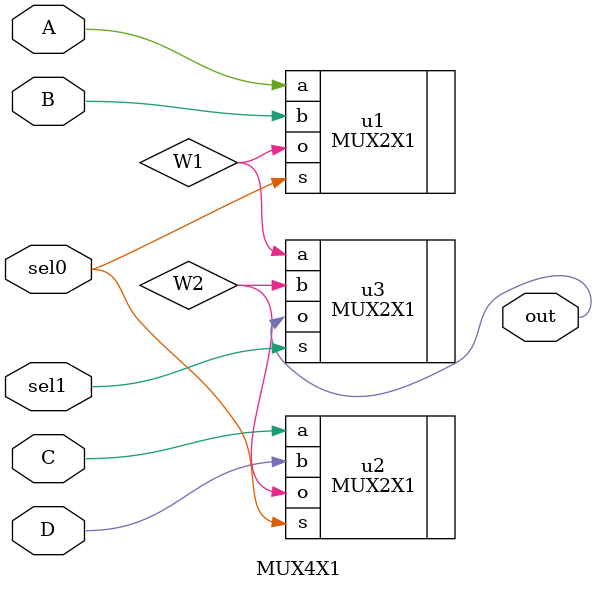
<source format=v>
`timescale 1ns / 1ps
module MUX4X1(
    input A,
    input B,
    input C,
    input D,
    output out,
	 input sel0,
	 input sel1
    );
wire W1,W2;
MUX2X1 u1 (.a(A),.b(B),.o(W1),.s(sel0));
MUX2X1 u2 (.a(C),.b(D),.o(W2),.s(sel0));
MUX2X1 u3 (.a(W1),.b(W2),.o(out),.s(sel1));
endmodule

</source>
